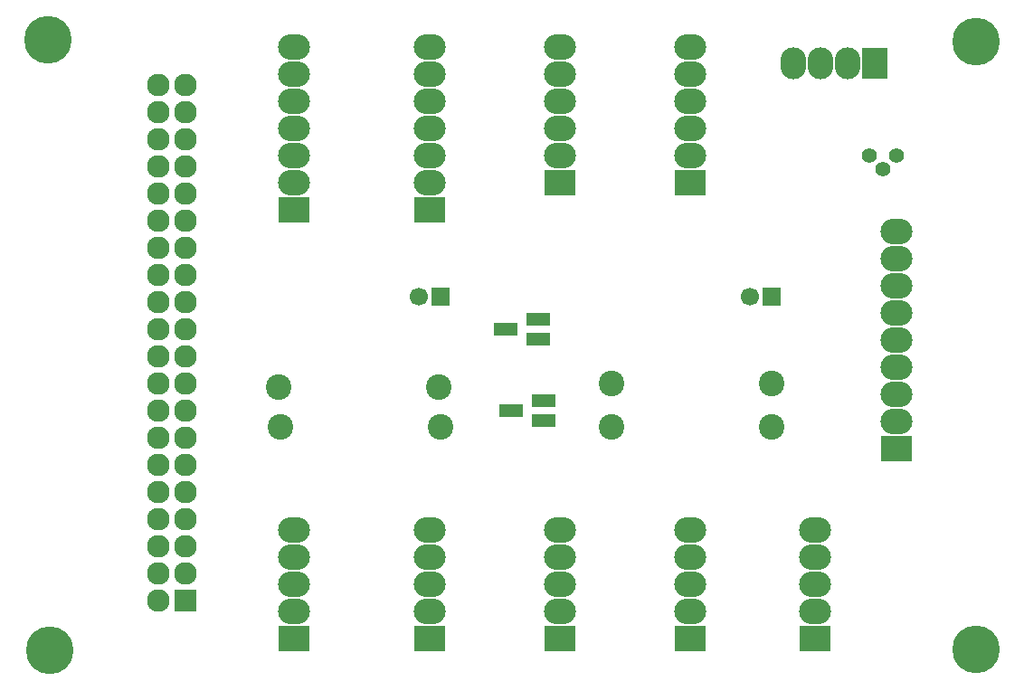
<source format=gbr>
G04 #@! TF.FileFunction,Soldermask,Top*
%FSLAX46Y46*%
G04 Gerber Fmt 4.6, Leading zero omitted, Abs format (unit mm)*
G04 Created by KiCad (PCBNEW 4.0.2-4+6225~38~ubuntu15.10.1-stable) date Wed 08 Jun 2016 11:21:06 PM EDT*
%MOMM*%
G01*
G04 APERTURE LIST*
%ADD10C,0.100000*%
%ADD11R,3.000000X2.400000*%
%ADD12O,3.000000X2.400000*%
%ADD13R,2.127200X2.127200*%
%ADD14O,2.127200X2.127200*%
%ADD15R,2.400000X3.000000*%
%ADD16O,2.400000X3.000000*%
%ADD17R,2.200860X1.200100*%
%ADD18C,2.398980*%
%ADD19C,1.400760*%
%ADD20R,1.700000X1.700000*%
%ADD21C,1.700000*%
%ADD22C,4.464000*%
G04 APERTURE END LIST*
D10*
D11*
X163068000Y-95504000D03*
D12*
X163068000Y-92964000D03*
X163068000Y-90424000D03*
X163068000Y-87884000D03*
X163068000Y-85344000D03*
X163068000Y-82804000D03*
D11*
X150876000Y-95504000D03*
D12*
X150876000Y-92964000D03*
X150876000Y-90424000D03*
X150876000Y-87884000D03*
X150876000Y-85344000D03*
X150876000Y-82804000D03*
D11*
X163068000Y-138176000D03*
D12*
X163068000Y-135636000D03*
X163068000Y-133096000D03*
X163068000Y-130556000D03*
X163068000Y-128016000D03*
D11*
X150876000Y-138176000D03*
D12*
X150876000Y-135636000D03*
X150876000Y-133096000D03*
X150876000Y-130556000D03*
X150876000Y-128016000D03*
D11*
X174752000Y-138176000D03*
D12*
X174752000Y-135636000D03*
X174752000Y-133096000D03*
X174752000Y-130556000D03*
X174752000Y-128016000D03*
D11*
X138684000Y-138176000D03*
D12*
X138684000Y-135636000D03*
X138684000Y-133096000D03*
X138684000Y-130556000D03*
X138684000Y-128016000D03*
D11*
X125984000Y-138176000D03*
D12*
X125984000Y-135636000D03*
X125984000Y-133096000D03*
X125984000Y-130556000D03*
X125984000Y-128016000D03*
D13*
X115824000Y-134620000D03*
D14*
X113284000Y-134620000D03*
X115824000Y-132080000D03*
X113284000Y-132080000D03*
X115824000Y-129540000D03*
X113284000Y-129540000D03*
X115824000Y-127000000D03*
X113284000Y-127000000D03*
X115824000Y-124460000D03*
X113284000Y-124460000D03*
X115824000Y-121920000D03*
X113284000Y-121920000D03*
X115824000Y-119380000D03*
X113284000Y-119380000D03*
X115824000Y-116840000D03*
X113284000Y-116840000D03*
X115824000Y-114300000D03*
X113284000Y-114300000D03*
X115824000Y-111760000D03*
X113284000Y-111760000D03*
X115824000Y-109220000D03*
X113284000Y-109220000D03*
X115824000Y-106680000D03*
X113284000Y-106680000D03*
X115824000Y-104140000D03*
X113284000Y-104140000D03*
X115824000Y-101600000D03*
X113284000Y-101600000D03*
X115824000Y-99060000D03*
X113284000Y-99060000D03*
X115824000Y-96520000D03*
X113284000Y-96520000D03*
X115824000Y-93980000D03*
X113284000Y-93980000D03*
X115824000Y-91440000D03*
X113284000Y-91440000D03*
X115824000Y-88900000D03*
X113284000Y-88900000D03*
X115824000Y-86360000D03*
X113284000Y-86360000D03*
D11*
X182372000Y-120396000D03*
D12*
X182372000Y-117856000D03*
X182372000Y-115316000D03*
X182372000Y-112776000D03*
X182372000Y-110236000D03*
X182372000Y-107696000D03*
X182372000Y-105156000D03*
X182372000Y-102616000D03*
X182372000Y-100076000D03*
D15*
X180340000Y-84328000D03*
D16*
X177800000Y-84328000D03*
X175260000Y-84328000D03*
X172720000Y-84328000D03*
D11*
X125984000Y-98044000D03*
D12*
X125984000Y-95504000D03*
X125984000Y-92964000D03*
X125984000Y-90424000D03*
X125984000Y-87884000D03*
X125984000Y-85344000D03*
X125984000Y-82804000D03*
D11*
X138684000Y-98044000D03*
D12*
X138684000Y-95504000D03*
X138684000Y-92964000D03*
X138684000Y-90424000D03*
X138684000Y-87884000D03*
X138684000Y-85344000D03*
X138684000Y-82804000D03*
D17*
X148821140Y-110170000D03*
X148821140Y-108270000D03*
X145818860Y-109220000D03*
X149329140Y-117790000D03*
X149329140Y-115890000D03*
X146326860Y-116840000D03*
D18*
X170688000Y-114300000D03*
X155688000Y-114300000D03*
X170688000Y-118364000D03*
X155688000Y-118364000D03*
X139573000Y-114681000D03*
X124573000Y-114681000D03*
X139700000Y-118364000D03*
X124700000Y-118364000D03*
D19*
X181102000Y-94234000D03*
X179832000Y-92964000D03*
X182372000Y-92964000D03*
D20*
X139700000Y-106172000D03*
D21*
X137700000Y-106172000D03*
D20*
X170688000Y-106172000D03*
D21*
X168688000Y-106172000D03*
D22*
X189865000Y-139192000D03*
X103124000Y-139319000D03*
X189865000Y-82296000D03*
X102997000Y-82169000D03*
M02*

</source>
